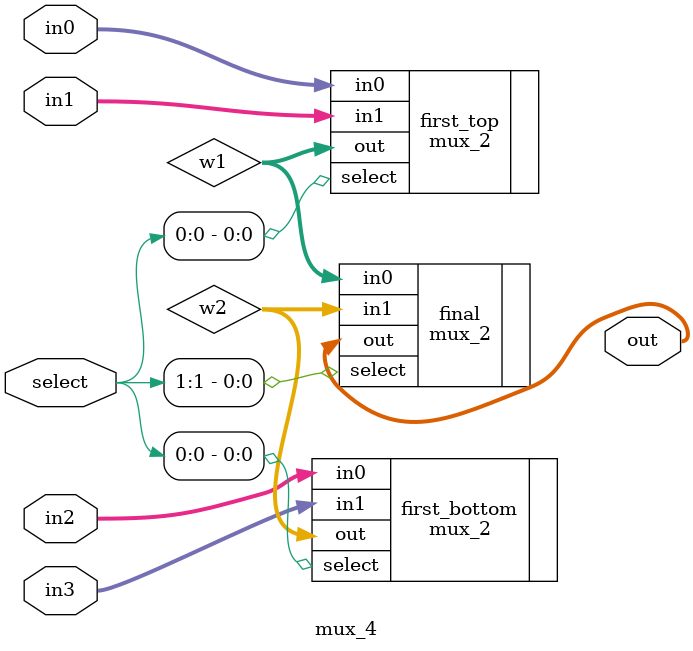
<source format=v>
module mux_4 (
    out, select, in0, in1, in2, in3
);
    input [1:0] select;
    input [31:0] in0, in1, in2, in3;
    output [31:0] out;
    wire [31:0] w1, w2;
    mux_2 first_top(.out(w1), .select(select[0]), .in0(in0), .in1(in1));
    mux_2 first_bottom(.out(w2), .select(select[0]), .in0(in2), .in1(in3));
    mux_2 final(.out(out), .select(select[1]), .in0(w1), .in1(w2)); 
endmodule

</source>
